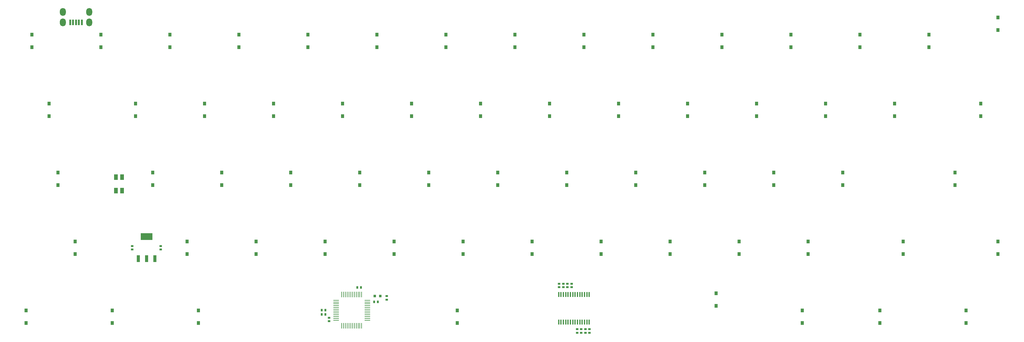
<source format=gbp>
G04 #@! TF.FileFunction,Paste,Bot*
%FSLAX46Y46*%
G04 Gerber Fmt 4.6, Leading zero omitted, Abs format (unit mm)*
G04 Created by KiCad (PCBNEW (2016-01-20 BZR 6502, Git 4c1d9af)-product) date 2/15/2016 2:16:01 AM*
%MOMM*%
G01*
G04 APERTURE LIST*
%ADD10C,0.150000*%
%ADD11R,0.500000X1.600000*%
%ADD12O,1.650000X2.200000*%
%ADD13R,0.850900X1.000760*%
%ADD14R,0.650000X0.600000*%
%ADD15R,0.600000X0.650000*%
%ADD16R,0.797560X0.797560*%
%ADD17R,0.950000X1.900000*%
%ADD18R,3.250000X1.900000*%
%ADD19R,1.498600X0.248920*%
%ADD20R,0.248920X1.498600*%
%ADD21R,0.400000X1.430000*%
%ADD22R,1.100000X1.600000*%
G04 APERTURE END LIST*
D10*
D11*
X80510000Y-68720000D03*
X78910000Y-68720000D03*
X79710000Y-68720000D03*
X81310000Y-68720000D03*
X82110000Y-68720000D03*
D12*
X76860000Y-68720000D03*
X84160000Y-68720000D03*
X84160000Y-65820000D03*
X76860000Y-65820000D03*
D13*
X68338700Y-72067400D03*
X68338700Y-75567520D03*
X87388700Y-72067400D03*
X87388700Y-75567520D03*
X106439000Y-72067400D03*
X106439000Y-75567520D03*
X125489000Y-72067400D03*
X125489000Y-75567520D03*
X144539000Y-72067400D03*
X144539000Y-75567520D03*
X163589000Y-72067400D03*
X163589000Y-75567520D03*
X182639000Y-72067400D03*
X182639000Y-75567520D03*
X201689000Y-72067400D03*
X201689000Y-75567520D03*
X220739000Y-72067400D03*
X220739000Y-75567520D03*
X239789000Y-72067400D03*
X239789000Y-75567520D03*
X258839000Y-72067400D03*
X258839000Y-75567520D03*
X277889000Y-72067400D03*
X277889000Y-75567520D03*
X296939000Y-72067400D03*
X296939000Y-75567520D03*
X315989000Y-72067400D03*
X315989000Y-75567520D03*
X335039000Y-67304900D03*
X335039000Y-70805020D03*
X73101200Y-91117400D03*
X73101200Y-94617520D03*
X96913200Y-91117400D03*
X96913200Y-94617520D03*
X115963000Y-91117400D03*
X115963000Y-94617520D03*
X135013000Y-91117400D03*
X135013000Y-94617520D03*
X154063000Y-91117400D03*
X154063000Y-94617520D03*
X173113000Y-91117400D03*
X173113000Y-94617520D03*
X192163000Y-91117400D03*
X192163000Y-94617520D03*
X211213000Y-91117400D03*
X211213000Y-94617520D03*
X230263000Y-91117400D03*
X230263000Y-94617520D03*
X249313000Y-91117400D03*
X249313000Y-94617520D03*
X268363000Y-91117400D03*
X268363000Y-94617520D03*
X287413000Y-91117400D03*
X287413000Y-94617520D03*
X306463000Y-91117400D03*
X306463000Y-94617520D03*
X330276000Y-91117400D03*
X330276000Y-94617520D03*
X75483700Y-110167400D03*
X75483700Y-113667520D03*
X101676000Y-110167400D03*
X101676000Y-113667520D03*
X120726000Y-110167400D03*
X120726000Y-113667520D03*
X139776000Y-110167400D03*
X139776000Y-113667520D03*
X158826000Y-110167400D03*
X158826000Y-113667520D03*
X177876000Y-110167400D03*
X177876000Y-113667520D03*
X196926000Y-110167400D03*
X196926000Y-113667520D03*
X215976000Y-110167400D03*
X215976000Y-113667520D03*
X235026000Y-110167400D03*
X235026000Y-113667520D03*
X254076000Y-110167400D03*
X254076000Y-113667520D03*
X273126000Y-110167400D03*
X273126000Y-113667520D03*
X292176000Y-110167400D03*
X292176000Y-113667520D03*
X323132000Y-110167400D03*
X323132000Y-113667520D03*
X80245000Y-129216400D03*
X80245000Y-132716520D03*
X111201000Y-129217400D03*
X111201000Y-132717520D03*
X130251000Y-129217400D03*
X130251000Y-132717520D03*
X149301000Y-129217400D03*
X149301000Y-132717520D03*
X168351000Y-129217400D03*
X168351000Y-132717520D03*
X187401000Y-129217400D03*
X187401000Y-132717520D03*
X206451000Y-129217400D03*
X206451000Y-132717520D03*
X225501000Y-129217400D03*
X225501000Y-132717520D03*
X244551000Y-129217400D03*
X244551000Y-132717520D03*
X263601000Y-129217400D03*
X263601000Y-132717520D03*
X282651000Y-129217400D03*
X282651000Y-132717520D03*
X308845000Y-129217400D03*
X308845000Y-132717520D03*
X335039000Y-129217400D03*
X335039000Y-132717520D03*
X66675000Y-148267400D03*
X66675000Y-151767520D03*
X90487500Y-148267400D03*
X90487500Y-151767520D03*
X114300000Y-148267400D03*
X114300000Y-151767520D03*
X185738000Y-148267400D03*
X185738000Y-151767520D03*
X257175000Y-143505400D03*
X257175000Y-147005520D03*
X280988000Y-148267400D03*
X280988000Y-151767520D03*
X302419000Y-148267400D03*
X302419000Y-151767520D03*
X326231000Y-148267400D03*
X326231000Y-151767520D03*
D14*
X103918000Y-131470000D03*
X103918000Y-130470000D03*
X215043000Y-141884000D03*
X215043000Y-140884000D03*
X213900000Y-141884000D03*
X213900000Y-140884000D03*
X222282000Y-154457000D03*
X222282000Y-153457000D03*
X96043800Y-131470000D03*
X96043800Y-130470000D03*
X150400000Y-151282000D03*
X150400000Y-150282000D03*
D15*
X158155000Y-141940000D03*
X159155000Y-141940000D03*
X162854000Y-145956000D03*
X163854000Y-145956000D03*
D16*
X162985700Y-144305000D03*
X164484300Y-144305000D03*
D17*
X100012000Y-134020000D03*
X97712000Y-134020000D03*
X102312000Y-134020000D03*
D18*
X100012000Y-127920000D03*
D15*
X148376000Y-148242000D03*
X149376000Y-148242000D03*
X148376000Y-149385000D03*
X149376000Y-149385000D03*
D14*
X216186000Y-140884000D03*
X216186000Y-141884000D03*
X217329000Y-140884000D03*
X217329000Y-141884000D03*
X218853000Y-153457000D03*
X218853000Y-154457000D03*
X219996000Y-154457000D03*
X219996000Y-153457000D03*
X221139000Y-154457000D03*
X221139000Y-153457000D03*
X166275000Y-144313000D03*
X166275000Y-145313000D03*
D19*
X152325320Y-150957280D03*
X152325320Y-150456900D03*
X152325320Y-149956520D03*
X152325320Y-149458680D03*
X152325320Y-148958300D03*
X152325320Y-148457920D03*
X152325320Y-147960080D03*
X152325320Y-147459700D03*
X152325320Y-146959320D03*
X152325320Y-146461480D03*
X152325320Y-145961100D03*
X152325320Y-145460720D03*
D20*
X153874720Y-143911320D03*
X154375100Y-143911320D03*
X154875480Y-143911320D03*
X155373320Y-143911320D03*
X155873700Y-143911320D03*
X156374080Y-143911320D03*
X156871920Y-143911320D03*
X157372300Y-143911320D03*
X157872680Y-143911320D03*
X158370520Y-143911320D03*
X158870900Y-143911320D03*
X159371280Y-143911320D03*
D19*
X160920680Y-145460720D03*
X160920680Y-145961100D03*
X160920680Y-146461480D03*
X160920680Y-146959320D03*
X160920680Y-147459700D03*
X160920680Y-147960080D03*
X160920680Y-148457920D03*
X160920680Y-148958300D03*
X160920680Y-149458680D03*
X160920680Y-149956520D03*
X160920680Y-150456900D03*
X160920680Y-150957280D03*
D20*
X159371280Y-152506680D03*
X158870900Y-152506680D03*
X158370520Y-152506680D03*
X157872680Y-152506680D03*
X157372300Y-152506680D03*
X156871920Y-152506680D03*
X156374080Y-152506680D03*
X155873700Y-152506680D03*
X155373320Y-152506680D03*
X154875480Y-152506680D03*
X154375100Y-152506680D03*
X153874720Y-152506680D03*
D21*
X222189000Y-151496000D03*
X221539000Y-151496000D03*
X220889000Y-151496000D03*
X220239000Y-151496000D03*
X219589000Y-151496000D03*
X218939000Y-151496000D03*
X218289000Y-151496000D03*
X217639000Y-151496000D03*
X216989000Y-151496000D03*
X216339000Y-151496000D03*
X215689000Y-151496000D03*
X215039000Y-151496000D03*
X214389000Y-151496000D03*
X213739000Y-151496000D03*
X213739000Y-143906000D03*
X214389000Y-143906000D03*
X215039000Y-143906000D03*
X215689000Y-143906000D03*
X216339000Y-143906000D03*
X216989000Y-143906000D03*
X217639000Y-143906000D03*
X218289000Y-143906000D03*
X218939000Y-143906000D03*
X219589000Y-143906000D03*
X220239000Y-143906000D03*
X220889000Y-143906000D03*
X221539000Y-143906000D03*
X222189000Y-143906000D03*
D22*
X93211700Y-115217000D03*
X91510800Y-115217000D03*
X93211700Y-111417000D03*
X91509900Y-111417000D03*
M02*

</source>
